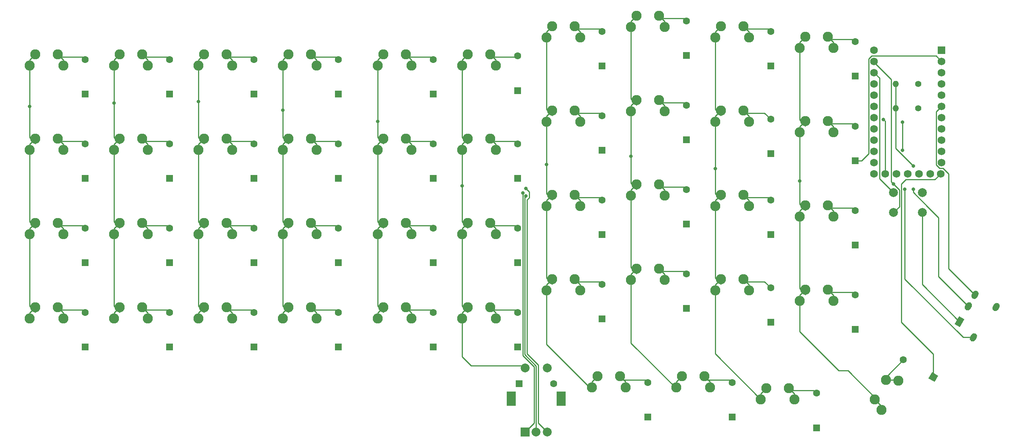
<source format=gbr>
%TF.GenerationSoftware,KiCad,Pcbnew,(5.1.9-0-10_14)*%
%TF.CreationDate,2021-04-26T22:39:47-05:00*%
%TF.ProjectId,wren-numpad,7772656e-2d6e-4756-9d70-61642e6b6963,rev?*%
%TF.SameCoordinates,Original*%
%TF.FileFunction,Copper,L1,Top*%
%TF.FilePolarity,Positive*%
%FSLAX46Y46*%
G04 Gerber Fmt 4.6, Leading zero omitted, Abs format (unit mm)*
G04 Created by KiCad (PCBNEW (5.1.9-0-10_14)) date 2021-04-26 22:39:47*
%MOMM*%
%LPD*%
G01*
G04 APERTURE LIST*
%TA.AperFunction,ComponentPad*%
%ADD10C,2.286000*%
%TD*%
%TA.AperFunction,ComponentPad*%
%ADD11C,1.752600*%
%TD*%
%TA.AperFunction,ComponentPad*%
%ADD12R,1.752600X1.752600*%
%TD*%
%TA.AperFunction,ComponentPad*%
%ADD13C,1.600000*%
%TD*%
%TA.AperFunction,ComponentPad*%
%ADD14R,1.600000X1.600000*%
%TD*%
%TA.AperFunction,ComponentPad*%
%ADD15O,1.400000X1.400000*%
%TD*%
%TA.AperFunction,ComponentPad*%
%ADD16C,1.400000*%
%TD*%
%TA.AperFunction,ComponentPad*%
%ADD17C,0.100000*%
%TD*%
%TA.AperFunction,ComponentPad*%
%ADD18C,2.000000*%
%TD*%
%TA.AperFunction,ComponentPad*%
%ADD19R,2.000000X3.200000*%
%TD*%
%TA.AperFunction,ComponentPad*%
%ADD20R,2.000000X2.000000*%
%TD*%
%TA.AperFunction,ViaPad*%
%ADD21C,0.800000*%
%TD*%
%TA.AperFunction,Conductor*%
%ADD22C,0.250000*%
%TD*%
G04 APERTURE END LIST*
D10*
%TO.P,MX21,1*%
%TO.N,COL0*%
X216852500Y-68103750D03*
%TO.P,MX21,2*%
%TO.N,Net-(D21-Pad2)*%
X223202500Y-65563750D03*
%TO.P,MX21,1*%
%TO.N,COL0*%
X218122500Y-65563750D03*
%TO.P,MX21,2*%
%TO.N,Net-(D21-Pad2)*%
X224472500Y-68103750D03*
%TD*%
%TO.P,MX41,1*%
%TO.N,COL0*%
X235379295Y-111789307D03*
%TO.P,MX41,2*%
%TO.N,Net-(D41-Pad2)*%
X236354591Y-105020045D03*
%TO.P,MX41,1*%
%TO.N,COL0*%
X233814591Y-109419455D03*
%TO.P,MX41,2*%
%TO.N,Net-(D41-Pad2)*%
X239189295Y-105190193D03*
%TD*%
%TO.P,MX10,1*%
%TO.N,COL9*%
X43021250Y-33972500D03*
%TO.P,MX10,2*%
%TO.N,Net-(D10-Pad2)*%
X49371250Y-31432500D03*
%TO.P,MX10,1*%
%TO.N,COL9*%
X44291250Y-31432500D03*
%TO.P,MX10,2*%
%TO.N,Net-(D10-Pad2)*%
X50641250Y-33972500D03*
%TD*%
%TO.P,MX15,1*%
%TO.N,COL4*%
X140652500Y-53022500D03*
%TO.P,MX15,2*%
%TO.N,Net-(D15-Pad2)*%
X147002500Y-50482500D03*
%TO.P,MX15,1*%
%TO.N,COL4*%
X141922500Y-50482500D03*
%TO.P,MX15,2*%
%TO.N,Net-(D15-Pad2)*%
X148272500Y-53022500D03*
%TD*%
%TO.P,MX44,1*%
%TO.N,COL3*%
X170015000Y-106711750D03*
%TO.P,MX44,2*%
%TO.N,Net-(D44-Pad2)*%
X176365000Y-104171750D03*
%TO.P,MX44,1*%
%TO.N,COL3*%
X171285000Y-104171750D03*
%TO.P,MX44,2*%
%TO.N,Net-(D44-Pad2)*%
X177635000Y-106711750D03*
%TD*%
%TO.P,MX43,1*%
%TO.N,COL2*%
X189065000Y-106711750D03*
%TO.P,MX43,2*%
%TO.N,Net-(D43-Pad2)*%
X195415000Y-104171750D03*
%TO.P,MX43,1*%
%TO.N,COL2*%
X190335000Y-104171750D03*
%TO.P,MX43,2*%
%TO.N,Net-(D43-Pad2)*%
X196685000Y-106711750D03*
%TD*%
%TO.P,MX42,1*%
%TO.N,COL1*%
X208115000Y-109378750D03*
%TO.P,MX42,2*%
%TO.N,Net-(D42-Pad2)*%
X214465000Y-106838750D03*
%TO.P,MX42,1*%
%TO.N,COL1*%
X209385000Y-106838750D03*
%TO.P,MX42,2*%
%TO.N,Net-(D42-Pad2)*%
X215735000Y-109378750D03*
%TD*%
%TO.P,MX40,1*%
%TO.N,COL9*%
X43021250Y-91122500D03*
%TO.P,MX40,2*%
%TO.N,Net-(D40-Pad2)*%
X49371250Y-88582500D03*
%TO.P,MX40,1*%
%TO.N,COL9*%
X44291250Y-88582500D03*
%TO.P,MX40,2*%
%TO.N,Net-(D40-Pad2)*%
X50641250Y-91122500D03*
%TD*%
%TO.P,MX39,1*%
%TO.N,COL8*%
X62071250Y-91122500D03*
%TO.P,MX39,2*%
%TO.N,Net-(D39-Pad2)*%
X68421250Y-88582500D03*
%TO.P,MX39,1*%
%TO.N,COL8*%
X63341250Y-88582500D03*
%TO.P,MX39,2*%
%TO.N,Net-(D39-Pad2)*%
X69691250Y-91122500D03*
%TD*%
%TO.P,MX38,1*%
%TO.N,COL7*%
X81121250Y-91122500D03*
%TO.P,MX38,2*%
%TO.N,Net-(D38-Pad2)*%
X87471250Y-88582500D03*
%TO.P,MX38,1*%
%TO.N,COL7*%
X82391250Y-88582500D03*
%TO.P,MX38,2*%
%TO.N,Net-(D38-Pad2)*%
X88741250Y-91122500D03*
%TD*%
%TO.P,MX37,1*%
%TO.N,COL6*%
X100171250Y-91122500D03*
%TO.P,MX37,2*%
%TO.N,Net-(D37-Pad2)*%
X106521250Y-88582500D03*
%TO.P,MX37,1*%
%TO.N,COL6*%
X101441250Y-88582500D03*
%TO.P,MX37,2*%
%TO.N,Net-(D37-Pad2)*%
X107791250Y-91122500D03*
%TD*%
%TO.P,MX36,1*%
%TO.N,COL5*%
X121602500Y-91122500D03*
%TO.P,MX36,2*%
%TO.N,Net-(D36-Pad2)*%
X127952500Y-88582500D03*
%TO.P,MX36,1*%
%TO.N,COL5*%
X122872500Y-88582500D03*
%TO.P,MX36,2*%
%TO.N,Net-(D36-Pad2)*%
X129222500Y-91122500D03*
%TD*%
%TO.P,MX35,1*%
%TO.N,COL4*%
X140652500Y-91122500D03*
%TO.P,MX35,2*%
%TO.N,Net-(D35-Pad2)*%
X147002500Y-88582500D03*
%TO.P,MX35,1*%
%TO.N,COL4*%
X141922500Y-88582500D03*
%TO.P,MX35,2*%
%TO.N,Net-(D35-Pad2)*%
X148272500Y-91122500D03*
%TD*%
%TO.P,MX34,1*%
%TO.N,COL3*%
X159702500Y-84772500D03*
%TO.P,MX34,2*%
%TO.N,Net-(D34-Pad2)*%
X166052500Y-82232500D03*
%TO.P,MX34,1*%
%TO.N,COL3*%
X160972500Y-82232500D03*
%TO.P,MX34,2*%
%TO.N,Net-(D34-Pad2)*%
X167322500Y-84772500D03*
%TD*%
%TO.P,MX33,1*%
%TO.N,COL2*%
X178752500Y-82391250D03*
%TO.P,MX33,2*%
%TO.N,Net-(D33-Pad2)*%
X185102500Y-79851250D03*
%TO.P,MX33,1*%
%TO.N,COL2*%
X180022500Y-79851250D03*
%TO.P,MX33,2*%
%TO.N,Net-(D33-Pad2)*%
X186372500Y-82391250D03*
%TD*%
%TO.P,MX32,1*%
%TO.N,COL1*%
X197802500Y-84772500D03*
%TO.P,MX32,2*%
%TO.N,Net-(D32-Pad2)*%
X204152500Y-82232500D03*
%TO.P,MX32,1*%
%TO.N,COL1*%
X199072500Y-82232500D03*
%TO.P,MX32,2*%
%TO.N,Net-(D32-Pad2)*%
X205422500Y-84772500D03*
%TD*%
%TO.P,MX31,1*%
%TO.N,COL0*%
X216852500Y-87153750D03*
%TO.P,MX31,2*%
%TO.N,Net-(D31-Pad2)*%
X223202500Y-84613750D03*
%TO.P,MX31,1*%
%TO.N,COL0*%
X218122500Y-84613750D03*
%TO.P,MX31,2*%
%TO.N,Net-(D31-Pad2)*%
X224472500Y-87153750D03*
%TD*%
%TO.P,MX30,1*%
%TO.N,COL9*%
X43021250Y-72072500D03*
%TO.P,MX30,2*%
%TO.N,Net-(D30-Pad2)*%
X49371250Y-69532500D03*
%TO.P,MX30,1*%
%TO.N,COL9*%
X44291250Y-69532500D03*
%TO.P,MX30,2*%
%TO.N,Net-(D30-Pad2)*%
X50641250Y-72072500D03*
%TD*%
%TO.P,MX29,1*%
%TO.N,COL8*%
X62071250Y-72072500D03*
%TO.P,MX29,2*%
%TO.N,Net-(D29-Pad2)*%
X68421250Y-69532500D03*
%TO.P,MX29,1*%
%TO.N,COL8*%
X63341250Y-69532500D03*
%TO.P,MX29,2*%
%TO.N,Net-(D29-Pad2)*%
X69691250Y-72072500D03*
%TD*%
%TO.P,MX28,1*%
%TO.N,COL7*%
X81121250Y-72072500D03*
%TO.P,MX28,2*%
%TO.N,Net-(D28-Pad2)*%
X87471250Y-69532500D03*
%TO.P,MX28,1*%
%TO.N,COL7*%
X82391250Y-69532500D03*
%TO.P,MX28,2*%
%TO.N,Net-(D28-Pad2)*%
X88741250Y-72072500D03*
%TD*%
%TO.P,MX27,1*%
%TO.N,COL6*%
X100171250Y-72072500D03*
%TO.P,MX27,2*%
%TO.N,Net-(D27-Pad2)*%
X106521250Y-69532500D03*
%TO.P,MX27,1*%
%TO.N,COL6*%
X101441250Y-69532500D03*
%TO.P,MX27,2*%
%TO.N,Net-(D27-Pad2)*%
X107791250Y-72072500D03*
%TD*%
%TO.P,MX26,1*%
%TO.N,COL5*%
X121602500Y-72072500D03*
%TO.P,MX26,2*%
%TO.N,Net-(D26-Pad2)*%
X127952500Y-69532500D03*
%TO.P,MX26,1*%
%TO.N,COL5*%
X122872500Y-69532500D03*
%TO.P,MX26,2*%
%TO.N,Net-(D26-Pad2)*%
X129222500Y-72072500D03*
%TD*%
%TO.P,MX25,1*%
%TO.N,COL4*%
X140652500Y-72072500D03*
%TO.P,MX25,2*%
%TO.N,Net-(D25-Pad2)*%
X147002500Y-69532500D03*
%TO.P,MX25,1*%
%TO.N,COL4*%
X141922500Y-69532500D03*
%TO.P,MX25,2*%
%TO.N,Net-(D25-Pad2)*%
X148272500Y-72072500D03*
%TD*%
%TO.P,MX24,1*%
%TO.N,COL3*%
X159702500Y-65722500D03*
%TO.P,MX24,2*%
%TO.N,Net-(D24-Pad2)*%
X166052500Y-63182500D03*
%TO.P,MX24,1*%
%TO.N,COL3*%
X160972500Y-63182500D03*
%TO.P,MX24,2*%
%TO.N,Net-(D24-Pad2)*%
X167322500Y-65722500D03*
%TD*%
%TO.P,MX23,1*%
%TO.N,COL2*%
X178752500Y-63341250D03*
%TO.P,MX23,2*%
%TO.N,Net-(D23-Pad2)*%
X185102500Y-60801250D03*
%TO.P,MX23,1*%
%TO.N,COL2*%
X180022500Y-60801250D03*
%TO.P,MX23,2*%
%TO.N,Net-(D23-Pad2)*%
X186372500Y-63341250D03*
%TD*%
%TO.P,MX22,1*%
%TO.N,COL1*%
X197802500Y-65722500D03*
%TO.P,MX22,2*%
%TO.N,Net-(D22-Pad2)*%
X204152500Y-63182500D03*
%TO.P,MX22,1*%
%TO.N,COL1*%
X199072500Y-63182500D03*
%TO.P,MX22,2*%
%TO.N,Net-(D22-Pad2)*%
X205422500Y-65722500D03*
%TD*%
%TO.P,MX20,1*%
%TO.N,COL9*%
X43021250Y-53022500D03*
%TO.P,MX20,2*%
%TO.N,Net-(D20-Pad2)*%
X49371250Y-50482500D03*
%TO.P,MX20,1*%
%TO.N,COL9*%
X44291250Y-50482500D03*
%TO.P,MX20,2*%
%TO.N,Net-(D20-Pad2)*%
X50641250Y-53022500D03*
%TD*%
%TO.P,MX19,1*%
%TO.N,COL8*%
X62071250Y-53022500D03*
%TO.P,MX19,2*%
%TO.N,Net-(D19-Pad2)*%
X68421250Y-50482500D03*
%TO.P,MX19,1*%
%TO.N,COL8*%
X63341250Y-50482500D03*
%TO.P,MX19,2*%
%TO.N,Net-(D19-Pad2)*%
X69691250Y-53022500D03*
%TD*%
%TO.P,MX18,1*%
%TO.N,COL7*%
X81121250Y-53022500D03*
%TO.P,MX18,2*%
%TO.N,Net-(D18-Pad2)*%
X87471250Y-50482500D03*
%TO.P,MX18,1*%
%TO.N,COL7*%
X82391250Y-50482500D03*
%TO.P,MX18,2*%
%TO.N,Net-(D18-Pad2)*%
X88741250Y-53022500D03*
%TD*%
%TO.P,MX17,1*%
%TO.N,COL6*%
X100171250Y-53022500D03*
%TO.P,MX17,2*%
%TO.N,Net-(D17-Pad2)*%
X106521250Y-50482500D03*
%TO.P,MX17,1*%
%TO.N,COL6*%
X101441250Y-50482500D03*
%TO.P,MX17,2*%
%TO.N,Net-(D17-Pad2)*%
X107791250Y-53022500D03*
%TD*%
%TO.P,MX16,1*%
%TO.N,COL5*%
X121602500Y-53022500D03*
%TO.P,MX16,2*%
%TO.N,Net-(D16-Pad2)*%
X127952500Y-50482500D03*
%TO.P,MX16,1*%
%TO.N,COL5*%
X122872500Y-50482500D03*
%TO.P,MX16,2*%
%TO.N,Net-(D16-Pad2)*%
X129222500Y-53022500D03*
%TD*%
%TO.P,MX14,1*%
%TO.N,COL3*%
X159702500Y-46672500D03*
%TO.P,MX14,2*%
%TO.N,Net-(D14-Pad2)*%
X166052500Y-44132500D03*
%TO.P,MX14,1*%
%TO.N,COL3*%
X160972500Y-44132500D03*
%TO.P,MX14,2*%
%TO.N,Net-(D14-Pad2)*%
X167322500Y-46672500D03*
%TD*%
%TO.P,MX13,1*%
%TO.N,COL2*%
X178752500Y-44291250D03*
%TO.P,MX13,2*%
%TO.N,Net-(D13-Pad2)*%
X185102500Y-41751250D03*
%TO.P,MX13,1*%
%TO.N,COL2*%
X180022500Y-41751250D03*
%TO.P,MX13,2*%
%TO.N,Net-(D13-Pad2)*%
X186372500Y-44291250D03*
%TD*%
%TO.P,MX12,1*%
%TO.N,COL1*%
X197802500Y-46672500D03*
%TO.P,MX12,2*%
%TO.N,Net-(D12-Pad2)*%
X204152500Y-44132500D03*
%TO.P,MX12,1*%
%TO.N,COL1*%
X199072500Y-44132500D03*
%TO.P,MX12,2*%
%TO.N,Net-(D12-Pad2)*%
X205422500Y-46672500D03*
%TD*%
%TO.P,MX11,1*%
%TO.N,COL0*%
X216852500Y-49053750D03*
%TO.P,MX11,2*%
%TO.N,Net-(D11-Pad2)*%
X223202500Y-46513750D03*
%TO.P,MX11,1*%
%TO.N,COL0*%
X218122500Y-46513750D03*
%TO.P,MX11,2*%
%TO.N,Net-(D11-Pad2)*%
X224472500Y-49053750D03*
%TD*%
%TO.P,MX9,1*%
%TO.N,COL8*%
X62071250Y-33972500D03*
%TO.P,MX9,2*%
%TO.N,Net-(D9-Pad2)*%
X68421250Y-31432500D03*
%TO.P,MX9,1*%
%TO.N,COL8*%
X63341250Y-31432500D03*
%TO.P,MX9,2*%
%TO.N,Net-(D9-Pad2)*%
X69691250Y-33972500D03*
%TD*%
%TO.P,MX8,1*%
%TO.N,COL7*%
X81121250Y-33972500D03*
%TO.P,MX8,2*%
%TO.N,Net-(D8-Pad2)*%
X87471250Y-31432500D03*
%TO.P,MX8,1*%
%TO.N,COL7*%
X82391250Y-31432500D03*
%TO.P,MX8,2*%
%TO.N,Net-(D8-Pad2)*%
X88741250Y-33972500D03*
%TD*%
%TO.P,MX7,1*%
%TO.N,COL6*%
X100171250Y-33972500D03*
%TO.P,MX7,2*%
%TO.N,Net-(D7-Pad2)*%
X106521250Y-31432500D03*
%TO.P,MX7,1*%
%TO.N,COL6*%
X101441250Y-31432500D03*
%TO.P,MX7,2*%
%TO.N,Net-(D7-Pad2)*%
X107791250Y-33972500D03*
%TD*%
%TO.P,MX6,1*%
%TO.N,COL5*%
X121602500Y-33972500D03*
%TO.P,MX6,2*%
%TO.N,Net-(D6-Pad2)*%
X127952500Y-31432500D03*
%TO.P,MX6,1*%
%TO.N,COL5*%
X122872500Y-31432500D03*
%TO.P,MX6,2*%
%TO.N,Net-(D6-Pad2)*%
X129222500Y-33972500D03*
%TD*%
%TO.P,MX5,1*%
%TO.N,COL4*%
X140652500Y-33972500D03*
%TO.P,MX5,2*%
%TO.N,Net-(D5-Pad2)*%
X147002500Y-31432500D03*
%TO.P,MX5,1*%
%TO.N,COL4*%
X141922500Y-31432500D03*
%TO.P,MX5,2*%
%TO.N,Net-(D5-Pad2)*%
X148272500Y-33972500D03*
%TD*%
%TO.P,MX4,1*%
%TO.N,COL3*%
X159702500Y-27622500D03*
%TO.P,MX4,2*%
%TO.N,Net-(D4-Pad2)*%
X166052500Y-25082500D03*
%TO.P,MX4,1*%
%TO.N,COL3*%
X160972500Y-25082500D03*
%TO.P,MX4,2*%
%TO.N,Net-(D4-Pad2)*%
X167322500Y-27622500D03*
%TD*%
%TO.P,MX3,1*%
%TO.N,COL2*%
X178752500Y-25241250D03*
%TO.P,MX3,2*%
%TO.N,Net-(D3-Pad2)*%
X185102500Y-22701250D03*
%TO.P,MX3,1*%
%TO.N,COL2*%
X180022500Y-22701250D03*
%TO.P,MX3,2*%
%TO.N,Net-(D3-Pad2)*%
X186372500Y-25241250D03*
%TD*%
%TO.P,MX2,1*%
%TO.N,COL1*%
X197802500Y-27622500D03*
%TO.P,MX2,2*%
%TO.N,Net-(D2-Pad2)*%
X204152500Y-25082500D03*
%TO.P,MX2,1*%
%TO.N,COL1*%
X199072500Y-25082500D03*
%TO.P,MX2,2*%
%TO.N,Net-(D2-Pad2)*%
X205422500Y-27622500D03*
%TD*%
%TO.P,MX1,1*%
%TO.N,COL0*%
X216852500Y-30003750D03*
%TO.P,MX1,2*%
%TO.N,Net-(D1-Pad2)*%
X223202500Y-27463750D03*
%TO.P,MX1,1*%
%TO.N,COL0*%
X218122500Y-27463750D03*
%TO.P,MX1,2*%
%TO.N,Net-(D1-Pad2)*%
X224472500Y-30003750D03*
%TD*%
D11*
%TO.P,U1,25*%
%TO.N,N/C*%
X246380000Y-58420000D03*
%TO.P,U1,26*%
X243840000Y-58420000D03*
%TO.P,U1,27*%
X241300000Y-58420000D03*
%TO.P,U1,28*%
X238760000Y-58420000D03*
%TO.P,U1,29*%
%TO.N,COL9*%
X236220000Y-58420000D03*
%TO.P,U1,24*%
%TO.N,N/C*%
X233680000Y-30480000D03*
%TO.P,U1,12*%
%TO.N,ROW4*%
X248691400Y-58420000D03*
%TO.P,U1,23*%
%TO.N,GND*%
X233680000Y-33020000D03*
%TO.P,U1,22*%
%TO.N,Net-(SW0-Pad1)*%
X233680000Y-35560000D03*
%TO.P,U1,21*%
%TO.N,VCC*%
X233680000Y-38100000D03*
%TO.P,U1,20*%
%TO.N,COL7*%
X233680000Y-40640000D03*
%TO.P,U1,19*%
%TO.N,COL6*%
X233680000Y-43180000D03*
%TO.P,U1,18*%
%TO.N,COL5*%
X233680000Y-45720000D03*
%TO.P,U1,17*%
%TO.N,COL4*%
X233680000Y-48260000D03*
%TO.P,U1,16*%
%TO.N,COL3*%
X233680000Y-50800000D03*
%TO.P,U1,15*%
%TO.N,COL2*%
X233680000Y-53340000D03*
%TO.P,U1,14*%
%TO.N,COL1*%
X233680000Y-55880000D03*
%TO.P,U1,13*%
%TO.N,COL0*%
X233680000Y-58420000D03*
%TO.P,U1,11*%
%TO.N,RIGHT*%
X248920000Y-55880000D03*
%TO.P,U1,10*%
%TO.N,LEFT*%
X248920000Y-53340000D03*
%TO.P,U1,9*%
%TO.N,COL8*%
X248920000Y-50800000D03*
%TO.P,U1,8*%
%TO.N,ROW2*%
X248920000Y-48260000D03*
%TO.P,U1,7*%
%TO.N,ROW3*%
X248920000Y-45720000D03*
%TO.P,U1,6*%
%TO.N,SCL*%
X248920000Y-43180000D03*
%TO.P,U1,5*%
%TO.N,SDA*%
X248920000Y-40640000D03*
%TO.P,U1,4*%
%TO.N,GND*%
X248920000Y-38100000D03*
%TO.P,U1,3*%
X248920000Y-35560000D03*
%TO.P,U1,2*%
%TO.N,ROW1*%
X248920000Y-33020000D03*
D12*
%TO.P,U1,1*%
%TO.N,ROW0*%
X248920000Y-30480000D03*
%TD*%
D13*
%TO.P,D43,2*%
%TO.N,Net-(D43-Pad2)*%
X201609500Y-105637500D03*
D14*
%TO.P,D43,1*%
%TO.N,ROW4*%
X201609500Y-113437500D03*
%TD*%
D15*
%TO.P,R2,2*%
%TO.N,VCC*%
X238585000Y-43656250D03*
D16*
%TO.P,R2,1*%
%TO.N,SCL*%
X243665000Y-43656250D03*
%TD*%
D15*
%TO.P,R1,2*%
%TO.N,VCC*%
X238585000Y-38100000D03*
D16*
%TO.P,R1,1*%
%TO.N,SDA*%
X243665000Y-38100000D03*
%TD*%
D13*
%TO.P,D45,2*%
%TO.N,ENC1-IN*%
X161342000Y-105822750D03*
D14*
%TO.P,D45,1*%
%TO.N,ROW4*%
X153542000Y-105822750D03*
%TD*%
D13*
%TO.P,D44,2*%
%TO.N,Net-(D44-Pad2)*%
X182562500Y-105637500D03*
D14*
%TO.P,D44,1*%
%TO.N,ROW4*%
X182562500Y-113437500D03*
%TD*%
D13*
%TO.P,D42,2*%
%TO.N,Net-(D42-Pad2)*%
X220653500Y-108018750D03*
D14*
%TO.P,D42,1*%
%TO.N,ROW4*%
X220653500Y-115818750D03*
%TD*%
D13*
%TO.P,D41,2*%
%TO.N,Net-(D41-Pad2)*%
X240290501Y-100443750D03*
%TA.AperFunction,ComponentPad*%
D17*
%TO.P,D41,1*%
%TO.N,ROW4*%
G36*
X248138319Y-104050930D02*
G01*
X247338319Y-105436570D01*
X245952679Y-104636570D01*
X246752679Y-103250930D01*
X248138319Y-104050930D01*
G37*
%TD.AperFunction*%
%TD*%
D13*
%TO.P,D40,2*%
%TO.N,Net-(D40-Pad2)*%
X55605500Y-89762500D03*
D14*
%TO.P,D40,1*%
%TO.N,ROW3*%
X55605500Y-97562500D03*
%TD*%
D13*
%TO.P,D39,2*%
%TO.N,Net-(D39-Pad2)*%
X74649500Y-89762500D03*
D14*
%TO.P,D39,1*%
%TO.N,ROW3*%
X74649500Y-97562500D03*
%TD*%
D13*
%TO.P,D38,2*%
%TO.N,Net-(D38-Pad2)*%
X93693500Y-89750000D03*
D14*
%TO.P,D38,1*%
%TO.N,ROW3*%
X93693500Y-97550000D03*
%TD*%
D13*
%TO.P,D37,2*%
%TO.N,Net-(D37-Pad2)*%
X112737500Y-89762500D03*
D14*
%TO.P,D37,1*%
%TO.N,ROW3*%
X112737500Y-97562500D03*
%TD*%
D13*
%TO.P,D36,2*%
%TO.N,Net-(D36-Pad2)*%
X134162000Y-89762500D03*
D14*
%TO.P,D36,1*%
%TO.N,ROW3*%
X134162000Y-97562500D03*
%TD*%
D13*
%TO.P,D35,2*%
%TO.N,Net-(D35-Pad2)*%
X153206000Y-89762500D03*
D14*
%TO.P,D35,1*%
%TO.N,ROW3*%
X153206000Y-97562500D03*
%TD*%
D13*
%TO.P,D34,2*%
%TO.N,Net-(D34-Pad2)*%
X172250000Y-83412500D03*
D14*
%TO.P,D34,1*%
%TO.N,ROW3*%
X172250000Y-91212500D03*
%TD*%
D13*
%TO.P,D33,2*%
%TO.N,Net-(D33-Pad2)*%
X191294000Y-81031250D03*
D14*
%TO.P,D33,1*%
%TO.N,ROW3*%
X191294000Y-88831250D03*
%TD*%
D13*
%TO.P,D32,2*%
%TO.N,Net-(D32-Pad2)*%
X210338000Y-84206250D03*
D14*
%TO.P,D32,1*%
%TO.N,ROW3*%
X210338000Y-92006250D03*
%TD*%
D13*
%TO.P,D31,2*%
%TO.N,Net-(D31-Pad2)*%
X229382000Y-85793750D03*
D14*
%TO.P,D31,1*%
%TO.N,ROW3*%
X229382000Y-93593750D03*
%TD*%
D13*
%TO.P,D30,2*%
%TO.N,Net-(D30-Pad2)*%
X55605500Y-70712500D03*
D14*
%TO.P,D30,1*%
%TO.N,ROW2*%
X55605500Y-78512500D03*
%TD*%
D13*
%TO.P,D29,2*%
%TO.N,Net-(D29-Pad2)*%
X74649500Y-70712500D03*
D14*
%TO.P,D29,1*%
%TO.N,ROW2*%
X74649500Y-78512500D03*
%TD*%
D13*
%TO.P,D28,2*%
%TO.N,Net-(D28-Pad2)*%
X93693500Y-70712500D03*
D14*
%TO.P,D28,1*%
%TO.N,ROW2*%
X93693500Y-78512500D03*
%TD*%
D13*
%TO.P,D27,2*%
%TO.N,Net-(D27-Pad2)*%
X112737500Y-70712500D03*
D14*
%TO.P,D27,1*%
%TO.N,ROW2*%
X112737500Y-78512500D03*
%TD*%
D13*
%TO.P,D26,2*%
%TO.N,Net-(D26-Pad2)*%
X134162000Y-70712500D03*
D14*
%TO.P,D26,1*%
%TO.N,ROW2*%
X134162000Y-78512500D03*
%TD*%
D13*
%TO.P,D25,2*%
%TO.N,Net-(D25-Pad2)*%
X153206000Y-70712500D03*
D14*
%TO.P,D25,1*%
%TO.N,ROW2*%
X153206000Y-78512500D03*
%TD*%
D13*
%TO.P,D24,2*%
%TO.N,Net-(D24-Pad2)*%
X172250000Y-64362500D03*
D14*
%TO.P,D24,1*%
%TO.N,ROW2*%
X172250000Y-72162500D03*
%TD*%
D13*
%TO.P,D23,2*%
%TO.N,Net-(D23-Pad2)*%
X191294000Y-61981250D03*
D14*
%TO.P,D23,1*%
%TO.N,ROW2*%
X191294000Y-69781250D03*
%TD*%
D13*
%TO.P,D22,2*%
%TO.N,Net-(D22-Pad2)*%
X210338000Y-64362500D03*
D14*
%TO.P,D22,1*%
%TO.N,ROW2*%
X210338000Y-72162500D03*
%TD*%
D13*
%TO.P,D21,2*%
%TO.N,Net-(D21-Pad2)*%
X229382000Y-66743750D03*
D14*
%TO.P,D21,1*%
%TO.N,ROW2*%
X229382000Y-74543750D03*
%TD*%
D13*
%TO.P,D20,2*%
%TO.N,Net-(D20-Pad2)*%
X55605500Y-51662500D03*
D14*
%TO.P,D20,1*%
%TO.N,ROW1*%
X55605500Y-59462500D03*
%TD*%
D13*
%TO.P,D19,2*%
%TO.N,Net-(D19-Pad2)*%
X74649500Y-51662500D03*
D14*
%TO.P,D19,1*%
%TO.N,ROW1*%
X74649500Y-59462500D03*
%TD*%
D13*
%TO.P,D18,2*%
%TO.N,Net-(D18-Pad2)*%
X93693500Y-51662500D03*
D14*
%TO.P,D18,1*%
%TO.N,ROW1*%
X93693500Y-59462500D03*
%TD*%
D13*
%TO.P,D17,2*%
%TO.N,Net-(D17-Pad2)*%
X112737500Y-51662500D03*
D14*
%TO.P,D17,1*%
%TO.N,ROW1*%
X112737500Y-59462500D03*
%TD*%
D13*
%TO.P,D16,2*%
%TO.N,Net-(D16-Pad2)*%
X134162000Y-51662500D03*
D14*
%TO.P,D16,1*%
%TO.N,ROW1*%
X134162000Y-59462500D03*
%TD*%
D13*
%TO.P,D15,2*%
%TO.N,Net-(D15-Pad2)*%
X153206000Y-51662500D03*
D14*
%TO.P,D15,1*%
%TO.N,ROW1*%
X153206000Y-59462500D03*
%TD*%
D13*
%TO.P,D14,2*%
%TO.N,Net-(D14-Pad2)*%
X172250000Y-45312500D03*
D14*
%TO.P,D14,1*%
%TO.N,ROW1*%
X172250000Y-53112500D03*
%TD*%
D13*
%TO.P,D13,2*%
%TO.N,Net-(D13-Pad2)*%
X191294000Y-42931250D03*
D14*
%TO.P,D13,1*%
%TO.N,ROW1*%
X191294000Y-50731250D03*
%TD*%
D13*
%TO.P,D12,2*%
%TO.N,Net-(D12-Pad2)*%
X210338000Y-46106250D03*
D14*
%TO.P,D12,1*%
%TO.N,ROW1*%
X210338000Y-53906250D03*
%TD*%
D13*
%TO.P,D11,2*%
%TO.N,Net-(D11-Pad2)*%
X229382000Y-47693750D03*
D14*
%TO.P,D11,1*%
%TO.N,ROW1*%
X229382000Y-55493750D03*
%TD*%
D13*
%TO.P,D10,2*%
%TO.N,Net-(D10-Pad2)*%
X55605500Y-32612500D03*
D14*
%TO.P,D10,1*%
%TO.N,ROW0*%
X55605500Y-40412500D03*
%TD*%
D13*
%TO.P,D9,2*%
%TO.N,Net-(D9-Pad2)*%
X74649500Y-32612500D03*
D14*
%TO.P,D9,1*%
%TO.N,ROW0*%
X74649500Y-40412500D03*
%TD*%
D13*
%TO.P,D8,2*%
%TO.N,Net-(D8-Pad2)*%
X93693500Y-32612500D03*
D14*
%TO.P,D8,1*%
%TO.N,ROW0*%
X93693500Y-40412500D03*
%TD*%
D13*
%TO.P,D7,2*%
%TO.N,Net-(D7-Pad2)*%
X112737500Y-32612500D03*
D14*
%TO.P,D7,1*%
%TO.N,ROW0*%
X112737500Y-40412500D03*
%TD*%
D13*
%TO.P,D6,2*%
%TO.N,Net-(D6-Pad2)*%
X134162000Y-32612500D03*
D14*
%TO.P,D6,1*%
%TO.N,ROW0*%
X134162000Y-40412500D03*
%TD*%
D13*
%TO.P,D5,2*%
%TO.N,Net-(D5-Pad2)*%
X153206000Y-31818750D03*
D14*
%TO.P,D5,1*%
%TO.N,ROW0*%
X153206000Y-39618750D03*
%TD*%
D13*
%TO.P,D4,2*%
%TO.N,Net-(D4-Pad2)*%
X172250000Y-26262500D03*
D14*
%TO.P,D4,1*%
%TO.N,ROW0*%
X172250000Y-34062500D03*
%TD*%
D13*
%TO.P,D3,2*%
%TO.N,Net-(D3-Pad2)*%
X191294000Y-23881250D03*
D14*
%TO.P,D3,1*%
%TO.N,ROW0*%
X191294000Y-31681250D03*
%TD*%
D13*
%TO.P,D2,2*%
%TO.N,Net-(D2-Pad2)*%
X210338000Y-26262500D03*
D14*
%TO.P,D2,1*%
%TO.N,ROW0*%
X210338000Y-34062500D03*
%TD*%
D13*
%TO.P,D1,2*%
%TO.N,Net-(D1-Pad2)*%
X229382000Y-28581250D03*
D14*
%TO.P,D1,1*%
%TO.N,ROW0*%
X229382000Y-36381250D03*
%TD*%
D18*
%TO.P,ENC1,S1*%
%TO.N,ENC1-IN*%
X159902000Y-102266750D03*
%TO.P,ENC1,S2*%
%TO.N,COL4*%
X154902000Y-102266750D03*
D19*
%TO.P,ENC1,MP*%
%TO.N,N/C*%
X163002000Y-109266750D03*
X151802000Y-109266750D03*
D18*
%TO.P,ENC1,B*%
%TO.N,RIGHT*%
X159902000Y-116766750D03*
%TO.P,ENC1,C*%
%TO.N,GND*%
X157402000Y-116766750D03*
D20*
%TO.P,ENC1,A*%
%TO.N,LEFT*%
X154902000Y-116766750D03*
%TD*%
D18*
%TO.P,SW0,1*%
%TO.N,Net-(SW0-Pad1)*%
X244561500Y-62706250D03*
%TO.P,SW0,2*%
%TO.N,GND*%
X244561500Y-67206250D03*
%TO.P,SW0,1*%
%TO.N,Net-(SW0-Pad1)*%
X238061500Y-62706250D03*
%TO.P,SW0,2*%
%TO.N,GND*%
X238061500Y-67206250D03*
%TD*%
%TO.P,J1,R2*%
%TO.N,SCL*%
%TA.AperFunction,ComponentPad*%
G36*
G01*
X256946000Y-84924546D02*
X256946000Y-84924546D01*
G75*
G02*
X257202218Y-85880764I-350000J-606218D01*
G01*
X256902218Y-86400380D01*
G75*
G02*
X255946000Y-86656598I-606218J350000D01*
G01*
X255946000Y-86656598D01*
G75*
G02*
X255689782Y-85700380I350000J606218D01*
G01*
X255989782Y-85180764D01*
G75*
G02*
X256946000Y-84924546I606218J-350000D01*
G01*
G37*
%TD.AperFunction*%
%TO.P,J1,R1*%
%TO.N,VCC*%
%TA.AperFunction,ComponentPad*%
G36*
G01*
X255446000Y-87522622D02*
X255446000Y-87522622D01*
G75*
G02*
X255702218Y-88478840I-350000J-606218D01*
G01*
X255402218Y-88998456D01*
G75*
G02*
X254446000Y-89254674I-606218J350000D01*
G01*
X254446000Y-89254674D01*
G75*
G02*
X254189782Y-88298456I350000J606218D01*
G01*
X254489782Y-87778840D01*
G75*
G02*
X255446000Y-87522622I606218J-350000D01*
G01*
G37*
%TD.AperFunction*%
%TA.AperFunction,ComponentPad*%
D17*
%TO.P,J1,T*%
%TO.N,GND*%
G36*
X252839782Y-90636725D02*
G01*
X254052218Y-91336725D01*
X253052218Y-93068775D01*
X251839782Y-92368775D01*
X252839782Y-90636725D01*
G37*
%TD.AperFunction*%
%TO.P,J1,S*%
%TO.N,SDA*%
%TA.AperFunction,ComponentPad*%
G36*
G01*
X256593114Y-94535762D02*
X256593114Y-94535762D01*
G75*
G02*
X256849332Y-95491980I-350000J-606218D01*
G01*
X256549332Y-96011596D01*
G75*
G02*
X255593114Y-96267814I-606218J350000D01*
G01*
X255593114Y-96267814D01*
G75*
G02*
X255336896Y-95311596I350000J606218D01*
G01*
X255636896Y-94791980D01*
G75*
G02*
X256593114Y-94535762I606218J-350000D01*
G01*
G37*
%TD.AperFunction*%
%TO.P,J1,*%
%TO.N,*%
%TA.AperFunction,ComponentPad*%
G36*
G01*
X261709140Y-87674546D02*
X261709140Y-87674546D01*
G75*
G02*
X261965358Y-88630764I-350000J-606218D01*
G01*
X261665358Y-89150380D01*
G75*
G02*
X260709140Y-89406598I-606218J350000D01*
G01*
X260709140Y-89406598D01*
G75*
G02*
X260452922Y-88450380I350000J606218D01*
G01*
X260752922Y-87930764D01*
G75*
G02*
X261709140Y-87674546I606218J-350000D01*
G01*
G37*
%TD.AperFunction*%
%TD*%
D21*
%TO.N,COL0*%
X216852500Y-60026279D03*
%TO.N,COL1*%
X197802500Y-57283250D03*
%TO.N,COL2*%
X178752500Y-54489250D03*
%TO.N,COL3*%
X159702500Y-56318250D03*
%TO.N,COL4*%
X140652500Y-61144250D03*
%TO.N,COL5*%
X121602500Y-46615250D03*
%TO.N,COL6*%
X100171250Y-44045011D03*
%TO.N,COL7*%
X81121250Y-42075000D03*
%TO.N,COL8*%
X62071250Y-42456000D03*
%TO.N,COL9*%
X43021250Y-43205500D03*
X235801000Y-46132750D03*
%TO.N,VCC*%
X242532000Y-56673750D03*
X242532000Y-61880750D03*
%TO.N,SDA*%
X240119000Y-46767750D03*
X240627000Y-61880750D03*
X240119000Y-53117750D03*
%TO.N,GND*%
X238070501Y-60754249D03*
X155119000Y-63476858D03*
%TO.N,LEFT*%
X154394000Y-62769750D03*
%TO.N,RIGHT*%
X155119000Y-61753750D03*
%TD*%
D22*
%TO.N,Net-(D1-Pad2)*%
X228844500Y-28043750D02*
X229382000Y-28581250D01*
X223162500Y-28043750D02*
X228844500Y-28043750D01*
X224472500Y-28733750D02*
X224472500Y-30003750D01*
X223202500Y-27463750D02*
X224472500Y-28733750D01*
%TO.N,Net-(D2-Pad2)*%
X209738000Y-25662500D02*
X210338000Y-26262500D01*
X204112500Y-25662500D02*
X209738000Y-25662500D01*
X205422500Y-26352500D02*
X205422500Y-27622500D01*
X204152500Y-25082500D02*
X205422500Y-26352500D01*
%TO.N,Net-(D3-Pad2)*%
X190694000Y-23281250D02*
X191294000Y-23881250D01*
X185062500Y-23281250D02*
X190694000Y-23281250D01*
X186372500Y-23971250D02*
X186372500Y-25241250D01*
X185102500Y-22701250D02*
X186372500Y-23971250D01*
%TO.N,Net-(D4-Pad2)*%
X171650000Y-25662500D02*
X172250000Y-26262500D01*
X166012500Y-25662500D02*
X171650000Y-25662500D01*
X167322500Y-26352500D02*
X167322500Y-27622500D01*
X166052500Y-25082500D02*
X167322500Y-26352500D01*
%TO.N,Net-(D5-Pad2)*%
X146962500Y-32012500D02*
X152606000Y-32012500D01*
X148272500Y-32702500D02*
X148272500Y-33972500D01*
X147002500Y-31432500D02*
X148272500Y-32702500D01*
%TO.N,Net-(D6-Pad2)*%
X133562000Y-32012500D02*
X134162000Y-32612500D01*
X127912500Y-32012500D02*
X133562000Y-32012500D01*
X129222500Y-32702500D02*
X129222500Y-33972500D01*
X127952500Y-31432500D02*
X129222500Y-32702500D01*
%TO.N,Net-(D7-Pad2)*%
X112137500Y-32012500D02*
X112737500Y-32612500D01*
X106481250Y-32012500D02*
X112137500Y-32012500D01*
X107791250Y-32702500D02*
X107791250Y-33972500D01*
X106521250Y-31432500D02*
X107791250Y-32702500D01*
%TO.N,Net-(D8-Pad2)*%
X93093500Y-32012500D02*
X93693500Y-32612500D01*
X87431250Y-32012500D02*
X93093500Y-32012500D01*
X88741250Y-32702500D02*
X88741250Y-33972500D01*
X87471250Y-31432500D02*
X88741250Y-32702500D01*
%TO.N,Net-(D9-Pad2)*%
X74049500Y-32012500D02*
X74649500Y-32612500D01*
X68381250Y-32012500D02*
X74049500Y-32012500D01*
X69691250Y-32702500D02*
X69691250Y-33972500D01*
X68421250Y-31432500D02*
X69691250Y-32702500D01*
%TO.N,Net-(D10-Pad2)*%
X55005500Y-32012500D02*
X55605500Y-32612500D01*
X49331250Y-32012500D02*
X55005500Y-32012500D01*
X50641250Y-32702500D02*
X50641250Y-33972500D01*
X49371250Y-31432500D02*
X50641250Y-32702500D01*
%TO.N,Net-(D11-Pad2)*%
X228782000Y-47093750D02*
X229382000Y-47693750D01*
X223162500Y-47093750D02*
X228782000Y-47093750D01*
X224472500Y-47783750D02*
X224472500Y-49053750D01*
X223202500Y-46513750D02*
X224472500Y-47783750D01*
%TO.N,ROW1*%
X229382000Y-55493750D02*
X230885000Y-55493750D01*
X230885000Y-55493750D02*
X232478699Y-53900051D01*
X233103375Y-31818699D02*
X247718699Y-31818699D01*
X247718699Y-31818699D02*
X248920000Y-33020000D01*
X232478699Y-32443375D02*
X233103375Y-31818699D01*
X232478699Y-53900051D02*
X232478699Y-32443375D01*
%TO.N,Net-(D12-Pad2)*%
X208944250Y-44712500D02*
X210338000Y-46106250D01*
X204112500Y-44712500D02*
X208944250Y-44712500D01*
X205422500Y-45402500D02*
X205422500Y-46672500D01*
X204152500Y-44132500D02*
X205422500Y-45402500D01*
%TO.N,Net-(D13-Pad2)*%
X190694000Y-42331250D02*
X191294000Y-42931250D01*
X185062500Y-42331250D02*
X190694000Y-42331250D01*
X186372500Y-43021250D02*
X186372500Y-44291250D01*
X185102500Y-41751250D02*
X186372500Y-43021250D01*
%TO.N,Net-(D14-Pad2)*%
X171650000Y-44712500D02*
X172250000Y-45312500D01*
X166012500Y-44712500D02*
X171650000Y-44712500D01*
X167322500Y-45402500D02*
X167322500Y-46672500D01*
X166052500Y-44132500D02*
X167322500Y-45402500D01*
%TO.N,Net-(D15-Pad2)*%
X152606000Y-51062500D02*
X153206000Y-51662500D01*
X146962500Y-51062500D02*
X152606000Y-51062500D01*
X148272500Y-51752500D02*
X148272500Y-53022500D01*
X147002500Y-50482500D02*
X148272500Y-51752500D01*
%TO.N,Net-(D16-Pad2)*%
X133562000Y-51062500D02*
X134162000Y-51662500D01*
X127912500Y-51062500D02*
X133562000Y-51062500D01*
X129222500Y-51752500D02*
X129222500Y-53022500D01*
X127952500Y-50482500D02*
X129222500Y-51752500D01*
%TO.N,Net-(D17-Pad2)*%
X112137500Y-51062500D02*
X112737500Y-51662500D01*
X106481250Y-51062500D02*
X112137500Y-51062500D01*
X107791250Y-51752500D02*
X107791250Y-53022500D01*
X106521250Y-50482500D02*
X107791250Y-51752500D01*
%TO.N,Net-(D18-Pad2)*%
X93093500Y-51062500D02*
X93693500Y-51662500D01*
X87431250Y-51062500D02*
X93093500Y-51062500D01*
X88741250Y-51752500D02*
X88741250Y-53022500D01*
X87471250Y-50482500D02*
X88741250Y-51752500D01*
%TO.N,Net-(D19-Pad2)*%
X74049500Y-51062500D02*
X74649500Y-51662500D01*
X68381250Y-51062500D02*
X74049500Y-51062500D01*
X69691250Y-51752500D02*
X69691250Y-53022500D01*
X68421250Y-50482500D02*
X69691250Y-51752500D01*
%TO.N,Net-(D20-Pad2)*%
X55005500Y-51062500D02*
X55605500Y-51662500D01*
X49331250Y-51062500D02*
X55005500Y-51062500D01*
X50641250Y-51752500D02*
X50641250Y-53022500D01*
X49371250Y-50482500D02*
X50641250Y-51752500D01*
%TO.N,Net-(D21-Pad2)*%
X228782000Y-66143750D02*
X229382000Y-66743750D01*
X223162500Y-66143750D02*
X228782000Y-66143750D01*
X224472500Y-66833750D02*
X224472500Y-68103750D01*
X223202500Y-65563750D02*
X224472500Y-66833750D01*
%TO.N,Net-(D22-Pad2)*%
X209738000Y-63762500D02*
X210338000Y-64362500D01*
X204112500Y-63762500D02*
X209738000Y-63762500D01*
X205422500Y-64452500D02*
X205422500Y-65722500D01*
X204152500Y-63182500D02*
X205422500Y-64452500D01*
%TO.N,Net-(D23-Pad2)*%
X190694000Y-61381250D02*
X191294000Y-61981250D01*
X185062500Y-61381250D02*
X190694000Y-61381250D01*
X186372500Y-62071250D02*
X186372500Y-63341250D01*
X185102500Y-60801250D02*
X186372500Y-62071250D01*
%TO.N,Net-(D24-Pad2)*%
X171650000Y-63762500D02*
X172250000Y-64362500D01*
X166012500Y-63762500D02*
X171650000Y-63762500D01*
X167322500Y-64452500D02*
X167322500Y-65722500D01*
X166052500Y-63182500D02*
X167322500Y-64452500D01*
%TO.N,Net-(D25-Pad2)*%
X152606000Y-70112500D02*
X153206000Y-70712500D01*
X146962500Y-70112500D02*
X152606000Y-70112500D01*
X148272500Y-70802500D02*
X148272500Y-72072500D01*
X147002500Y-69532500D02*
X148272500Y-70802500D01*
%TO.N,Net-(D26-Pad2)*%
X133562000Y-70112500D02*
X134162000Y-70712500D01*
X127912500Y-70112500D02*
X133562000Y-70112500D01*
X129222500Y-70802500D02*
X129222500Y-72072500D01*
X127952500Y-69532500D02*
X129222500Y-70802500D01*
%TO.N,Net-(D27-Pad2)*%
X112137500Y-70112500D02*
X112737500Y-70712500D01*
X106481250Y-70112500D02*
X112137500Y-70112500D01*
X107791250Y-70802500D02*
X107791250Y-72072500D01*
X106521250Y-69532500D02*
X107791250Y-70802500D01*
%TO.N,Net-(D28-Pad2)*%
X93093500Y-70112500D02*
X93693500Y-70712500D01*
X87431250Y-70112500D02*
X93093500Y-70112500D01*
X88741250Y-70802500D02*
X88741250Y-72072500D01*
X87471250Y-69532500D02*
X88741250Y-70802500D01*
%TO.N,Net-(D29-Pad2)*%
X74049500Y-70112500D02*
X74649500Y-70712500D01*
X68381250Y-70112500D02*
X74049500Y-70112500D01*
X69691250Y-70802500D02*
X69691250Y-72072500D01*
X68421250Y-69532500D02*
X69691250Y-70802500D01*
%TO.N,Net-(D30-Pad2)*%
X55005500Y-70112500D02*
X55605500Y-70712500D01*
X49331250Y-70112500D02*
X55005500Y-70112500D01*
X50641250Y-70802500D02*
X50641250Y-72072500D01*
X49371250Y-69532500D02*
X50641250Y-70802500D01*
%TO.N,Net-(D31-Pad2)*%
X228782000Y-85193750D02*
X229382000Y-85793750D01*
X223162500Y-85193750D02*
X228782000Y-85193750D01*
X224472500Y-85883750D02*
X224472500Y-87153750D01*
X223202500Y-84613750D02*
X224472500Y-85883750D01*
%TO.N,Net-(D32-Pad2)*%
X208944250Y-82812500D02*
X210338000Y-84206250D01*
X204112500Y-82812500D02*
X208944250Y-82812500D01*
X205422500Y-83502500D02*
X205422500Y-84772500D01*
X204152500Y-82232500D02*
X205422500Y-83502500D01*
%TO.N,Net-(D33-Pad2)*%
X190694000Y-80431250D02*
X191294000Y-81031250D01*
X185062500Y-80431250D02*
X190694000Y-80431250D01*
X186372500Y-81121250D02*
X186372500Y-82391250D01*
X185102500Y-79851250D02*
X186372500Y-81121250D01*
%TO.N,Net-(D34-Pad2)*%
X171650000Y-82812500D02*
X172250000Y-83412500D01*
X166012500Y-82812500D02*
X171650000Y-82812500D01*
X167322500Y-83502500D02*
X167322500Y-84772500D01*
X166052500Y-82232500D02*
X167322500Y-83502500D01*
%TO.N,Net-(D35-Pad2)*%
X152606000Y-89162500D02*
X153206000Y-89762500D01*
X146962500Y-89162500D02*
X152606000Y-89162500D01*
X148272500Y-89852500D02*
X148272500Y-91122500D01*
X147002500Y-88582500D02*
X148272500Y-89852500D01*
%TO.N,Net-(D36-Pad2)*%
X133562000Y-89162500D02*
X134162000Y-89762500D01*
X127912500Y-89162500D02*
X133562000Y-89162500D01*
X129222500Y-89852500D02*
X129222500Y-91122500D01*
X127952500Y-88582500D02*
X129222500Y-89852500D01*
%TO.N,Net-(D37-Pad2)*%
X112137500Y-89162500D02*
X112737500Y-89762500D01*
X106481250Y-89162500D02*
X112137500Y-89162500D01*
X107791250Y-89852500D02*
X107791250Y-91122500D01*
X106521250Y-88582500D02*
X107791250Y-89852500D01*
%TO.N,Net-(D38-Pad2)*%
X93106000Y-89162500D02*
X93693500Y-89750000D01*
X87431250Y-89162500D02*
X93106000Y-89162500D01*
X88741250Y-89852500D02*
X88741250Y-91122500D01*
X87471250Y-88582500D02*
X88741250Y-89852500D01*
%TO.N,Net-(D39-Pad2)*%
X74049500Y-89162500D02*
X74649500Y-89762500D01*
X68381250Y-89162500D02*
X74049500Y-89162500D01*
X69691250Y-89852500D02*
X69691250Y-91122500D01*
X68421250Y-88582500D02*
X69691250Y-89852500D01*
%TO.N,Net-(D40-Pad2)*%
X55005500Y-89162500D02*
X55605500Y-89762500D01*
X49331250Y-89162500D02*
X55005500Y-89162500D01*
X50641250Y-89852500D02*
X50641250Y-91122500D01*
X49371250Y-88582500D02*
X50641250Y-89852500D01*
%TO.N,ROW4*%
X239836511Y-60766239D02*
X239836511Y-91951261D01*
X247045499Y-99160249D02*
X247045499Y-104343750D01*
X240881000Y-59721750D02*
X239836511Y-60766239D01*
X248691400Y-58420000D02*
X247389650Y-59721750D01*
X239836511Y-91951261D02*
X247045499Y-99160249D01*
X247389650Y-59721750D02*
X240881000Y-59721750D01*
%TO.N,Net-(D42-Pad2)*%
X220053500Y-107418750D02*
X220653500Y-108018750D01*
X214425000Y-107418750D02*
X220053500Y-107418750D01*
X215735000Y-108108750D02*
X215735000Y-109378750D01*
X214465000Y-106838750D02*
X215735000Y-108108750D01*
%TO.N,Net-(D43-Pad2)*%
X201009500Y-105037500D02*
X201609500Y-105637500D01*
X195381250Y-105037500D02*
X201009500Y-105037500D01*
X196685000Y-105441750D02*
X196685000Y-106711750D01*
X195415000Y-104171750D02*
X196685000Y-105441750D01*
%TO.N,Net-(D44-Pad2)*%
X181962500Y-105037500D02*
X182562500Y-105637500D01*
X176331250Y-105037500D02*
X181962500Y-105037500D01*
X177635000Y-105441750D02*
X177635000Y-106711750D01*
X176365000Y-104171750D02*
X177635000Y-105441750D01*
%TO.N,COL0*%
X216852500Y-46283750D02*
X218162500Y-47593750D01*
X216852500Y-65333750D02*
X218162500Y-66643750D01*
X216852500Y-84383750D02*
X218162500Y-85693750D01*
X216852500Y-68103750D02*
X216852500Y-84383750D01*
X216852500Y-30003750D02*
X216852500Y-46283750D01*
X227783333Y-102938249D02*
X234769898Y-109924814D01*
X225666297Y-102938249D02*
X227783333Y-102938249D01*
X216852500Y-94124452D02*
X225666297Y-102938249D01*
X216852500Y-87153750D02*
X216852500Y-94124452D01*
X216852500Y-49053750D02*
X216852500Y-65333750D01*
X235379295Y-110984159D02*
X235379295Y-111789307D01*
X233814591Y-109419455D02*
X235379295Y-110984159D01*
X216852500Y-85883750D02*
X216852500Y-87153750D01*
X218122500Y-84613750D02*
X216852500Y-85883750D01*
X216852500Y-66833750D02*
X216852500Y-68103750D01*
X218122500Y-65563750D02*
X216852500Y-66833750D01*
X216852500Y-47783750D02*
X216852500Y-49053750D01*
X218122500Y-46513750D02*
X216852500Y-47783750D01*
X216852500Y-28733750D02*
X216852500Y-30003750D01*
X218122500Y-27463750D02*
X216852500Y-28733750D01*
%TO.N,COL1*%
X197802500Y-43902500D02*
X199112500Y-45212500D01*
X197802500Y-62952500D02*
X199112500Y-64262500D01*
X197802500Y-82002500D02*
X199112500Y-83312500D01*
X197802500Y-65722500D02*
X197802500Y-82002500D01*
X197802500Y-27622500D02*
X197802500Y-43902500D01*
X197802500Y-99066250D02*
X208115000Y-109378750D01*
X197802500Y-84772500D02*
X197802500Y-99066250D01*
X197802500Y-57283250D02*
X197802500Y-62952500D01*
X197802500Y-46672500D02*
X197802500Y-57283250D01*
X208115000Y-108108750D02*
X208115000Y-109378750D01*
X209385000Y-106838750D02*
X208115000Y-108108750D01*
X197802500Y-83502500D02*
X197802500Y-84772500D01*
X199072500Y-82232500D02*
X197802500Y-83502500D01*
X197802500Y-45402500D02*
X197802500Y-46672500D01*
X199072500Y-44132500D02*
X197802500Y-45402500D01*
X197802500Y-26352500D02*
X197802500Y-27622500D01*
X199072500Y-25082500D02*
X197802500Y-26352500D01*
X197802500Y-64452500D02*
X197802500Y-65722500D01*
X199072500Y-63182500D02*
X197802500Y-64452500D01*
%TO.N,COL2*%
X178752500Y-41521250D02*
X180062500Y-42831250D01*
X178752500Y-60571250D02*
X180062500Y-61881250D01*
X178752500Y-79621250D02*
X180062500Y-80931250D01*
X178752500Y-63341250D02*
X178752500Y-79621250D01*
X178752500Y-25241250D02*
X178752500Y-41521250D01*
X178752500Y-96678750D02*
X189071250Y-106997500D01*
X178752500Y-82391250D02*
X178752500Y-96678750D01*
X178752500Y-54489250D02*
X178752500Y-60571250D01*
X178752500Y-44291250D02*
X178752500Y-54489250D01*
X189065000Y-105441750D02*
X189065000Y-106711750D01*
X190335000Y-104171750D02*
X189065000Y-105441750D01*
X178752500Y-23971250D02*
X178752500Y-25241250D01*
X180022500Y-22701250D02*
X178752500Y-23971250D01*
X178752500Y-81121250D02*
X178752500Y-82391250D01*
X180022500Y-79851250D02*
X178752500Y-81121250D01*
X178752500Y-43021250D02*
X178752500Y-44291250D01*
X180022500Y-41751250D02*
X178752500Y-43021250D01*
X178752500Y-62071250D02*
X178752500Y-63341250D01*
X180022500Y-60801250D02*
X178752500Y-62071250D01*
%TO.N,COL3*%
X159702500Y-43902500D02*
X161012500Y-45212500D01*
X159702500Y-62952500D02*
X161012500Y-64262500D01*
X159702500Y-82002500D02*
X161012500Y-83312500D01*
X159702500Y-65722500D02*
X159702500Y-82002500D01*
X159702500Y-27622500D02*
X159702500Y-43902500D01*
X159702500Y-84772500D02*
X159702500Y-96984250D01*
X169715750Y-106997500D02*
X170021250Y-106997500D01*
X159702500Y-96984250D02*
X169715750Y-106997500D01*
X159702500Y-56318250D02*
X159702500Y-62952500D01*
X159702500Y-46672500D02*
X159702500Y-56318250D01*
X170015000Y-105441750D02*
X170015000Y-106711750D01*
X171285000Y-104171750D02*
X170015000Y-105441750D01*
X159702500Y-26352500D02*
X159702500Y-27622500D01*
X160972500Y-25082500D02*
X159702500Y-26352500D01*
X159702500Y-45402500D02*
X159702500Y-46672500D01*
X160972500Y-44132500D02*
X159702500Y-45402500D01*
X159702500Y-64452500D02*
X159702500Y-65722500D01*
X160972500Y-63182500D02*
X159702500Y-64452500D01*
X159702500Y-83502500D02*
X159702500Y-84772500D01*
X160972500Y-82232500D02*
X159702500Y-83502500D01*
%TO.N,COL4*%
X140652500Y-50252500D02*
X141962500Y-51562500D01*
X140652500Y-69302500D02*
X141962500Y-70612500D01*
X140652500Y-88352500D02*
X141962500Y-89662500D01*
X140652500Y-72072500D02*
X140652500Y-88352500D01*
X140652500Y-33972500D02*
X140652500Y-50252500D01*
X140652500Y-91122500D02*
X140652500Y-99790250D01*
X140652500Y-99790250D02*
X142684500Y-101822250D01*
X140652500Y-53022500D02*
X140652500Y-61144250D01*
X140652500Y-61144250D02*
X140652500Y-69302500D01*
X154457500Y-101822250D02*
X154902000Y-102266750D01*
X142684500Y-101822250D02*
X154457500Y-101822250D01*
X140652500Y-32702500D02*
X140652500Y-33972500D01*
X141922500Y-31432500D02*
X140652500Y-32702500D01*
X140652500Y-51752500D02*
X140652500Y-53022500D01*
X141922500Y-50482500D02*
X140652500Y-51752500D01*
X140652500Y-70802500D02*
X140652500Y-72072500D01*
X141922500Y-69532500D02*
X140652500Y-70802500D01*
X140652500Y-89852500D02*
X140652500Y-91122500D01*
X141922500Y-88582500D02*
X140652500Y-89852500D01*
%TO.N,COL5*%
X121602500Y-50252500D02*
X122912500Y-51562500D01*
X121602500Y-69302500D02*
X122912500Y-70612500D01*
X121602500Y-53022500D02*
X121602500Y-69302500D01*
X121602500Y-88352500D02*
X122912500Y-89662500D01*
X121602500Y-72072500D02*
X121602500Y-88352500D01*
X121602500Y-46615250D02*
X121602500Y-50252500D01*
X121602500Y-33972500D02*
X121602500Y-46615250D01*
X121602500Y-32702500D02*
X121602500Y-33972500D01*
X122872500Y-31432500D02*
X121602500Y-32702500D01*
X121602500Y-51752500D02*
X121602500Y-53022500D01*
X122872500Y-50482500D02*
X121602500Y-51752500D01*
X121602500Y-70802500D02*
X121602500Y-72072500D01*
X122872500Y-69532500D02*
X121602500Y-70802500D01*
X121602500Y-89852500D02*
X121602500Y-91122500D01*
X122872500Y-88582500D02*
X121602500Y-89852500D01*
%TO.N,COL6*%
X100171250Y-50252500D02*
X101481250Y-51562500D01*
X100171250Y-69302500D02*
X101481250Y-70612500D01*
X100171250Y-53022500D02*
X100171250Y-69302500D01*
X100171250Y-88352500D02*
X101481250Y-89662500D01*
X100171250Y-72072500D02*
X100171250Y-88352500D01*
X100171250Y-33972500D02*
X100171250Y-50252500D01*
X100171250Y-89852500D02*
X100171250Y-91122500D01*
X101441250Y-88582500D02*
X100171250Y-89852500D01*
X100171250Y-70802500D02*
X100171250Y-72072500D01*
X101441250Y-69532500D02*
X100171250Y-70802500D01*
X100171250Y-51752500D02*
X100171250Y-53022500D01*
X101441250Y-50482500D02*
X100171250Y-51752500D01*
X100171250Y-32702500D02*
X100171250Y-33972500D01*
X101441250Y-31432500D02*
X100171250Y-32702500D01*
%TO.N,COL7*%
X81121250Y-88352500D02*
X82431250Y-89662500D01*
X81121250Y-72072500D02*
X81121250Y-88352500D01*
X81121250Y-69302500D02*
X82431250Y-70612500D01*
X81121250Y-53022500D02*
X81121250Y-69302500D01*
X81121250Y-50252500D02*
X82431250Y-51562500D01*
X81121250Y-42075000D02*
X81121250Y-50252500D01*
X81121250Y-33972500D02*
X81121250Y-42075000D01*
X81121250Y-32702500D02*
X81121250Y-33972500D01*
X82391250Y-31432500D02*
X81121250Y-32702500D01*
X81121250Y-51752500D02*
X81121250Y-53022500D01*
X82391250Y-50482500D02*
X81121250Y-51752500D01*
X81121250Y-70802500D02*
X81121250Y-72072500D01*
X82391250Y-69532500D02*
X81121250Y-70802500D01*
X81121250Y-89852500D02*
X81121250Y-91122500D01*
X82391250Y-88582500D02*
X81121250Y-89852500D01*
%TO.N,COL8*%
X62071250Y-50252500D02*
X63381250Y-51562500D01*
X62071250Y-69302500D02*
X63381250Y-70612500D01*
X62071250Y-88352500D02*
X63381250Y-89662500D01*
X62071250Y-72072500D02*
X62071250Y-88352500D01*
X62071250Y-53022500D02*
X62071250Y-63382250D01*
X62071250Y-63382250D02*
X62071250Y-69302500D01*
X62071250Y-42456000D02*
X62071250Y-50252500D01*
X62071250Y-33972500D02*
X62071250Y-42456000D01*
X62071250Y-89852500D02*
X62071250Y-91122500D01*
X63341250Y-88582500D02*
X62071250Y-89852500D01*
X62071250Y-70802500D02*
X62071250Y-72072500D01*
X63341250Y-69532500D02*
X62071250Y-70802500D01*
X62071250Y-51752500D02*
X62071250Y-53022500D01*
X63341250Y-50482500D02*
X62071250Y-51752500D01*
X62071250Y-32702500D02*
X62071250Y-33972500D01*
X63341250Y-31432500D02*
X62071250Y-32702500D01*
%TO.N,COL9*%
X43021250Y-50252500D02*
X44331250Y-51562500D01*
X43021250Y-69302500D02*
X44331250Y-70612500D01*
X43021250Y-88352500D02*
X44331250Y-89662500D01*
X43021250Y-72072500D02*
X43021250Y-88352500D01*
X43021250Y-64405500D02*
X43021250Y-69302500D01*
X43021250Y-53022500D02*
X43021250Y-64405500D01*
X43021250Y-43205500D02*
X43021250Y-50252500D01*
X43021250Y-33972500D02*
X43021250Y-43205500D01*
X43021250Y-32702500D02*
X43021250Y-33972500D01*
X44291250Y-31432500D02*
X43021250Y-32702500D01*
X43021250Y-51752500D02*
X43021250Y-53022500D01*
X44291250Y-50482500D02*
X43021250Y-51752500D01*
X43021250Y-70802500D02*
X43021250Y-72072500D01*
X44291250Y-69532500D02*
X43021250Y-70802500D01*
X43021250Y-89852500D02*
X43021250Y-91122500D01*
X44291250Y-88582500D02*
X43021250Y-89852500D01*
X236220000Y-46551750D02*
X236220000Y-58420000D01*
X235801000Y-46132750D02*
X236220000Y-46551750D01*
%TO.N,VCC*%
X238585000Y-38100000D02*
X238585000Y-43656250D01*
X238585000Y-52726750D02*
X242532000Y-56673750D01*
X238585000Y-43656250D02*
X238585000Y-52726750D01*
X242532000Y-62637752D02*
X245961000Y-66066752D01*
X242532000Y-61880750D02*
X242532000Y-62637752D01*
X245961000Y-66066752D02*
X245961000Y-66071750D01*
X248248551Y-68359301D02*
X248248551Y-81691199D01*
X245961000Y-66071750D02*
X248248551Y-68359301D01*
X248248551Y-81691199D02*
X254946000Y-88388648D01*
%TO.N,SDA*%
X240627000Y-61880750D02*
X240627000Y-82200750D01*
X253828038Y-95401788D02*
X256093114Y-95401788D01*
X240627000Y-82200750D02*
X253828038Y-95401788D01*
X240119000Y-46767750D02*
X240119000Y-53117750D01*
%TO.N,SCL*%
X250533000Y-79877572D02*
X256446000Y-85790572D01*
X250533000Y-58483674D02*
X250533000Y-79877572D01*
X248480773Y-57218699D02*
X249268025Y-57218699D01*
X247718699Y-56456625D02*
X248480773Y-57218699D01*
X247718699Y-44381301D02*
X247718699Y-56456625D01*
X249268025Y-57218699D02*
X250533000Y-58483674D01*
X248920000Y-43180000D02*
X247718699Y-44381301D01*
%TO.N,GND*%
X239386501Y-65881249D02*
X238061500Y-67206250D01*
X239386501Y-62070249D02*
X239386501Y-65881249D01*
X238070501Y-60754249D02*
X239386501Y-62070249D01*
X233680000Y-33257352D02*
X233680000Y-33020000D01*
X237558699Y-37136051D02*
X233680000Y-33257352D01*
X237558699Y-60242447D02*
X237558699Y-37136051D01*
X238070501Y-60754249D02*
X237558699Y-60242447D01*
X244561500Y-83468250D02*
X252946000Y-91852750D01*
X244561500Y-67206250D02*
X244561500Y-83468250D01*
X155119000Y-63476858D02*
X155083892Y-63476858D01*
X154844010Y-63716740D02*
X154844010Y-99286350D01*
X154844010Y-99286350D02*
X157402000Y-101844340D01*
X157402000Y-116331149D02*
X157696824Y-116331153D01*
X155083892Y-63476858D02*
X154844010Y-63716740D01*
X157402000Y-101844340D02*
X157402000Y-116766750D01*
%TO.N,Net-(SW0-Pad1)*%
X234881300Y-59526050D02*
X234881300Y-36761300D01*
X234881300Y-36761300D02*
X233680000Y-35560000D01*
X238061500Y-62706250D02*
X234881300Y-59526050D01*
%TO.N,LEFT*%
X155337631Y-116331118D02*
X155474311Y-116331120D01*
X156951990Y-114716760D02*
X154902000Y-116766750D01*
X154394000Y-99472750D02*
X156951990Y-102030740D01*
X156951990Y-102030740D02*
X156951990Y-114716760D01*
X154394000Y-62769750D02*
X154394000Y-99472750D01*
%TO.N,RIGHT*%
X155844001Y-63824859D02*
X155294020Y-64374840D01*
X155844001Y-62478751D02*
X155844001Y-63824859D01*
X155119000Y-61753750D02*
X155844001Y-62478751D01*
X155294020Y-64374840D02*
X155294020Y-99099950D01*
X155294020Y-99099950D02*
X157852010Y-101657940D01*
X157852010Y-114716760D02*
X159902000Y-116766750D01*
X157852010Y-101657940D02*
X157852010Y-114716760D01*
%TO.N,Net-(D41-Pad2)*%
X236836886Y-103897365D02*
X240290501Y-100443750D01*
X236836886Y-105344686D02*
X236836886Y-103897365D01*
X239019147Y-105020045D02*
X239189295Y-105190193D01*
X236354591Y-105020045D02*
X239019147Y-105020045D01*
%TD*%
M02*

</source>
